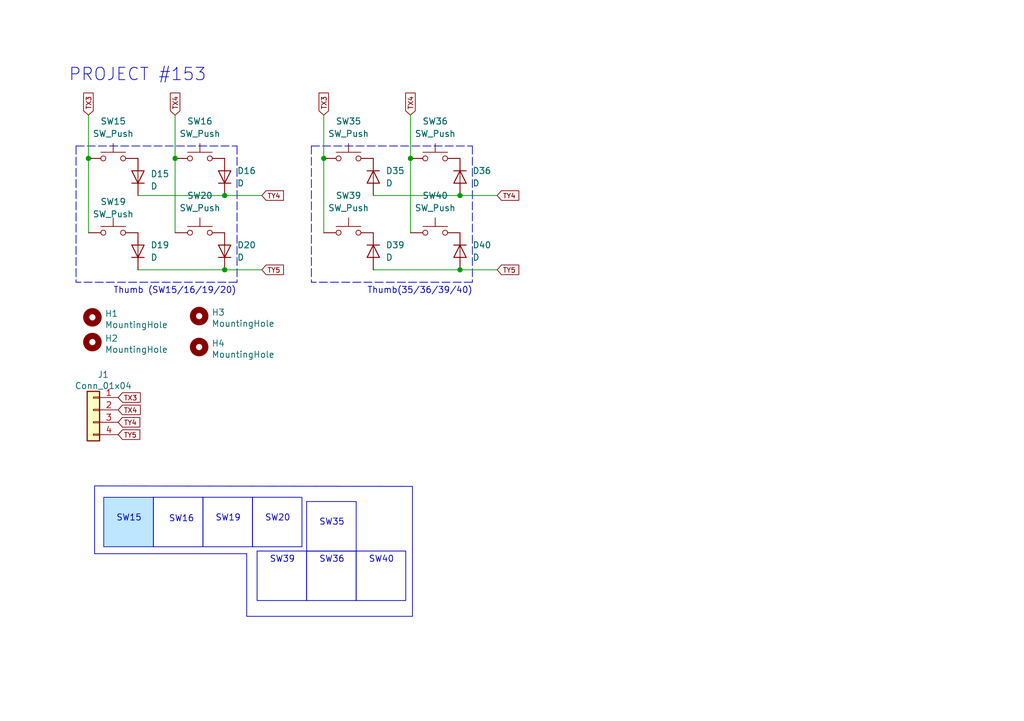
<source format=kicad_sch>
(kicad_sch (version 20230121) (generator eeschema)
  (paper "A5")
  (title_block (title "PANGAEA Keyboard") (date "2023-02-04") (rev "1") (company "@e3w2q, @k2___________, @otahinosame"))
  (lib_symbols
    (symbol "#library:D" (pin_numbers hide) (pin_names (offset 1.016) hide)
      (property "Reference" "D" (at 0 2.54 0))
      (property "Value" "D" (at 0 -2.54 0))
      (symbol "D_0_1"
        (polyline (pts (xy -1.27 1.27) (xy -1.27 -1.27)) (stroke (width 0.2032)))
        (polyline (pts (xy 1.27 0) (xy -1.27 0)))
        (polyline (pts (xy 1.27 1.27) (xy 1.27 -1.27) (xy -1.27 0) (xy 1.27 1.27)) (stroke (width 0.2032)))
      )
      (symbol "D_1_1"
        (pin passive line (at -3.81 0 0) (length 2.54) (name "K") (number "1"))
        (pin passive line (at 3.81 0 180) (length 2.54) (name "A") (number "2"))
      )
    )
    (symbol "#library:SW_Push" (pin_numbers hide) (pin_names (offset 1.016) hide)
      (property "Reference" "SW" (at 1.27 2.54 0))
      (property "Value" "SW_Push" (at 0 -1.524 0))
      (symbol "SW_Push_0_1"
        (circle (center -2.032 0) (radius 0.508))
        (polyline (pts (xy 0 1.27) (xy 0 3.048)))
        (polyline (pts (xy 2.54 1.27) (xy -2.54 1.27)))
        (circle (center 2.032 0) (radius 0.508))
        (pin passive line (at -5.08 0 0) (length 2.54) (name "1") (number "1"))
        (pin passive line (at 5.08 0 180) (length 2.54) (name "2") (number "2"))
      )
    )
    (symbol "Connector_Generic:Conn_01x04" (pin_names (offset 1.016) hide)
      (property "Reference" "J" (at 0 5.08 0))
      (property "Value" "Conn_01x04" (at 0 -7.62 0))
      (symbol "Conn_01x04_1_1"
        (rectangle (start -1.27 -4.953) (end 0 -5.207) (stroke (width 0.1524)))
        (rectangle (start -1.27 -2.413) (end 0 -2.667) (stroke (width 0.1524)))
        (rectangle (start -1.27 0.127) (end 0 -0.127) (stroke (width 0.1524)))
        (rectangle (start -1.27 2.667) (end 0 2.413) (stroke (width 0.1524)))
        (rectangle (start -1.27 3.81) (end 1.27 -6.35) (stroke (width 0.254)) (fill (type background)))
        (pin passive line (at -5.08 2.54 0) (length 3.81) (name "Pin_1") (number "1"))
        (pin passive line (at -5.08 0 0) (length 3.81) (name "Pin_2") (number "2"))
        (pin passive line (at -5.08 -2.54 0) (length 3.81) (name "Pin_3") (number "3"))
        (pin passive line (at -5.08 -5.08 0) (length 3.81) (name "Pin_4") (number "4"))
      )
    )
    (symbol "Mechanical:MountingHole" (pin_names (offset 1.016))
      (property "Reference" "H" (at 0 5.08 0))
      (property "Value" "MountingHole" (at 0 3.175 0))
      (symbol "MountingHole_0_1"
        (circle (center 0 0) (radius 1.27) (stroke (width 1.27)))
      )
    )
  )
  (junction (at 94.3356 55.372) (diameter 0.9144))
  (junction (at 94.3356 40.132) (diameter 0.9144))
  (junction (at 35.9156 32.512) (diameter 0.9144))
  (junction (at 18.1356 32.512) (diameter 0.9144))
  (junction (at 84.1756 32.512) (diameter 0.9144))
  (junction (at 46.0756 55.372) (diameter 0.9144))
  (junction (at 66.3956 32.512) (diameter 0.9144))
  (junction (at 46.0756 40.132) (diameter 0.9144))
  (polyline (pts (xy 50.5968 126.492) (xy 50.5968 113.6396)))
  (polyline (pts (xy 19.4056 99.7204) (xy 84.582 99.822)))
  (polyline (pts (xy 96.8756 57.912) (xy 63.8556 57.912)) (stroke (width 0) (type dash)))
  (wire (pts (xy 94.3356 55.372) (xy 101.9556 55.372)))
  (polyline (pts (xy 50.5968 113.6396) (xy 19.4056 113.6396)))
  (wire (pts (xy 46.0756 40.132) (xy 53.6956 40.132)))
  (wire (pts (xy 28.2956 40.132) (xy 46.0756 40.132)))
  (wire (pts (xy 76.5556 40.132) (xy 94.3356 40.132)))
  (wire (pts (xy 46.0756 55.372) (xy 53.6956 55.372)))
  (wire (pts (xy 35.9156 23.622) (xy 35.9156 32.512)))
  (polyline (pts (xy 48.6156 57.912) (xy 15.5956 57.912)) (stroke (width 0) (type dash)))
  (wire (pts (xy 84.1756 23.622) (xy 84.1756 32.512)))
  (wire (pts (xy 18.1356 32.512) (xy 18.1356 47.752)))
  (wire (pts (xy 94.3356 40.132) (xy 101.9556 40.132)))
  (wire (pts (xy 66.3956 23.622) (xy 66.3956 32.512)))
  (wire (pts (xy 66.3956 32.512) (xy 66.3956 47.752)))
  (polyline (pts (xy 19.4056 99.7204) (xy 19.4056 113.6396)))
  (polyline (pts (xy 96.8756 29.972) (xy 96.8756 57.912)) (stroke (width 0) (type dash)))
  (wire (pts (xy 76.5556 55.372) (xy 94.3356 55.372)))
  (wire (pts (xy 18.1356 23.622) (xy 18.1356 32.512)))
  (polyline (pts (xy 63.8556 29.972) (xy 63.8556 57.912)) (stroke (width 0) (type dash)))
  (wire (pts (xy 28.2956 55.372) (xy 46.0756 55.372)))
  (polyline (pts (xy 48.6156 29.972) (xy 48.6156 57.912)) (stroke (width 0) (type dash)))
  (polyline (pts (xy 15.5956 29.972) (xy 48.6156 29.972)) (stroke (width 0) (type dash)))
  (polyline (pts (xy 84.582 126.492) (xy 50.5968 126.492)))
  (polyline (pts (xy 84.582 99.822) (xy 84.582 126.492)))
  (wire (pts (xy 84.1756 32.512) (xy 84.1756 47.752)))
  (polyline (pts (xy 15.5956 29.972) (xy 15.5956 57.912)) (stroke (width 0) (type dash)))
  (polyline (pts (xy 63.8556 29.972) (xy 96.8756 29.972)) (stroke (width 0) (type dash)))
  (wire (pts (xy 35.9156 32.512) (xy 35.9156 47.752)))
  (rectangle (start 62.8904 102.9208) (end 73.0504 113.0808))
  (rectangle (start 62.8904 113.0808) (end 73.0504 123.2408))
  (rectangle (start 51.7652 102.0572) (end 61.9252 112.2172))
  (rectangle (start 21.2852 102.0572) (end 31.4452 112.2172) (fill (type color) (color 190 230 255 1)))
  (rectangle (start 52.7304 113.0808) (end 62.8904 123.2408))
  (rectangle (start 41.6052 102.0572) (end 51.7652 112.2172))
  (rectangle (start 73.0504 113.0808) (end 83.2104 123.2408))
  (rectangle (start 31.4452 102.0572) (end 41.6052 112.2172))
  (text "SW19" (at 44.1452 107.1372 0) (effects (font (size 1.27 1.27)) (justify left bottom)))
  (text "Thumb(35/36/39/40)" (at 75.2856 60.452 0) (effects (font (size 1.27 1.27)) (justify left bottom)))
  (text "Thumb (SW15/16/19/20)" (at 23.2156 60.452 0) (effects (font (size 1.27 1.27)) (justify left bottom)))
  (text "SW39" (at 55.2704 115.6208 0) (effects (font (size 1.27 1.27)) (justify left bottom)))
  (text "SW20" (at 54.3052 107.1372 0) (effects (font (size 1.27 1.27)) (justify left bottom)))
  (text "SW35" (at 65.4304 108.0008 0) (effects (font (size 1.27 1.27)) (justify left bottom)))
  (text "SW16" (at 34.5904 107.2982 0) (effects (font (size 1.27 1.27)) (justify left bottom)))
  (text "SW40" (at 75.5904 115.6208 0) (effects (font (size 1.27 1.27)) (justify left bottom)))
  (text "SW36" (at 65.4304 115.6208 0) (effects (font (size 1.27 1.27)) (justify left bottom)))
  (text "PROJECT #153" (at 14.0208 16.9164 0) (effects (font (size 2.54 2.54)) (justify left bottom)))
  (text "SW15" (at 23.8252 107.1372 0) (effects (font (size 1.27 1.27)) (justify left bottom)))
  (global_label "TY5" (shape input) (at 24.2316 89.2048 0) (effects (font (size 0.9906 0.9906))) (property "Intersheetrefs" "${INTERSHEET_REFS}" (effects hide)))
  (global_label "TY4" (shape input) (at 101.9556 40.132 0) (effects (font (size 0.9906 0.9906))) (property "Intersheetrefs" "${INTERSHEET_REFS}" (effects hide)))
  (global_label "TX3" (shape input) (at 66.3956 23.622 90) (effects (font (size 0.9906 0.9906))) (property "Intersheetrefs" "${INTERSHEET_REFS}" (effects hide)))
  (global_label "TY5" (shape input) (at 101.9556 55.372 0) (effects (font (size 0.9906 0.9906))) (property "Intersheetrefs" "${INTERSHEET_REFS}" (effects hide)))
  (global_label "TX3" (shape input) (at 24.2316 81.5848 0) (effects (font (size 0.9906 0.9906))) (property "Intersheetrefs" "${INTERSHEET_REFS}" (effects hide)))
  (global_label "TX3" (shape input) (at 18.1356 23.622 90) (effects (font (size 0.9906 0.9906))) (property "Intersheetrefs" "${INTERSHEET_REFS}" (effects hide)))
  (global_label "TY4" (shape input) (at 53.6956 40.132 0) (effects (font (size 0.9906 0.9906))) (property "Intersheetrefs" "${INTERSHEET_REFS}" (effects hide)))
  (global_label "TX4" (shape input) (at 24.2316 84.1248 0) (effects (font (size 0.9906 0.9906))) (property "Intersheetrefs" "${INTERSHEET_REFS}" (effects hide)))
  (global_label "TY5" (shape input) (at 53.6956 55.372 0) (effects (font (size 0.9906 0.9906))) (property "Intersheetrefs" "${INTERSHEET_REFS}" (effects hide)))
  (global_label "TX4" (shape input) (at 84.1756 23.622 90) (effects (font (size 0.9906 0.9906))) (property "Intersheetrefs" "${INTERSHEET_REFS}" (effects hide)))
  (global_label "TY4" (shape input) (at 24.2316 86.6648 0) (effects (font (size 0.9906 0.9906))) (property "Intersheetrefs" "${INTERSHEET_REFS}" (effects hide)))
  (global_label "TX4" (shape input) (at 35.9156 23.622 90) (effects (font (size 0.9906 0.9906))) (property "Intersheetrefs" "${INTERSHEET_REFS}" (effects hide)))
  (symbol (lib_id "#library:D") (at 28.2956 51.562 90) (unit 1)
    (property "Reference" "D19" (at 30.8356 50.2919 90) (effects (justify right)))
    (property "Value" "D" (at 30.8356 52.8319 90) (effects (justify right)))
    (property "Footprint" "footprint:diode_TH_SMD_rev3" (effects hide))
  )
  (symbol (lib_id "#library:D") (at 94.3356 36.322 270) (unit 1)
    (property "Reference" "D36" (at 96.8756 35.0519 90) (effects (justify left)))
    (property "Value" "D" (at 96.8756 37.5919 90) (effects (justify left)))
    (property "Footprint" "footprint:diode_TH_SMD_rev3" (effects hide))
  )
  (symbol (lib_id "#library:SW_Push") (at 71.4756 32.512 0) (unit 1)
    (property "Reference" "SW35" (at 71.4756 24.892 0))
    (property "Value" "SW_Push" (at 71.4756 27.432 0))
    (property "Footprint" "footprint:CherryMX_Choc_Hotswap_rev9_test" (effects hide))
  )
  (symbol (lib_id "#library:D") (at 46.0756 51.562 90) (unit 1)
    (property "Reference" "D20" (at 48.6156 50.2919 90) (effects (justify right)))
    (property "Value" "D" (at 48.6156 52.8319 90) (effects (justify right)))
    (property "Footprint" "footprint:diode_TH_SMD_rev3" (effects hide))
  )
  (symbol (lib_id "#library:SW_Push") (at 71.4756 47.752 0) (unit 1)
    (property "Reference" "SW39" (at 71.4756 40.132 0))
    (property "Value" "SW_Push" (at 71.4756 42.672 0))
    (property "Footprint" "footprint:CherryMX_Choc_Hotswap_rev9_test" (effects hide))
  )
  (symbol (lib_id "#library:SW_Push") (at 23.2156 47.752 0) (unit 1)
    (property "Reference" "SW19" (at 23.2156 41.402 0))
    (property "Value" "SW_Push" (at 23.2156 43.942 0))
    (property "Footprint" "footprint:CherryMX_Choc_Hotswap_rev9_test" (effects hide))
  )
  (symbol (lib_id "#library:SW_Push") (at 89.2556 32.512 0) (unit 1)
    (property "Reference" "SW36" (at 89.2556 24.892 0))
    (property "Value" "SW_Push" (at 89.2556 27.432 0))
    (property "Footprint" "footprint:CherryMX_Choc_Hotswap_rev9_test" (effects hide))
  )
  (symbol (lib_id "#library:SW_Push") (at 89.2556 47.752 0) (unit 1)
    (property "Reference" "SW40" (at 89.2556 40.132 0))
    (property "Value" "SW_Push" (at 89.2556 42.672 0))
    (property "Footprint" "footprint:CherryMX_Choc_Hotswap_rev9_test" (effects hide))
  )
  (symbol (lib_id "Mechanical:MountingHole") (at 18.9484 70.2056 0) (unit 1)
    (property "Reference" "H2" (at 21.4885 69.4447 0) (effects (justify left)))
    (property "Value" "MountingHole" (at 21.4885 71.7434 0) (effects (justify left)))
    (property "Footprint" "footprint:M2_Nut_Hole_rev2" (effects hide))
  )
  (symbol (lib_id "#library:SW_Push") (at 40.9956 32.512 0) (unit 1)
    (property "Reference" "SW16" (at 40.9956 24.892 0))
    (property "Value" "SW_Push" (at 40.9956 27.432 0))
    (property "Footprint" "footprint:CherryMX_Choc_Hotswap_rev9_test" (effects hide))
  )
  (symbol (lib_id "Connector_Generic:Conn_01x04") (at 19.1516 84.1248 0) (mirror y) (unit 1)
    (property "Reference" "J1" (at 21.1836 76.8816 0))
    (property "Value" "Conn_01x04" (at 21.1836 79.1803 0))
    (property "Footprint" "footprint:JST_SH_BM03B-SRSS-TB_1x04-1MP_P1.00mm_Vertical" (effects hide))
  )
  (symbol (lib_id "#library:D") (at 28.2956 36.322 90) (unit 1)
    (property "Reference" "D15" (at 30.8356 35.687 90) (effects (justify right)))
    (property "Value" "D" (at 30.8356 38.227 90) (effects (justify right)))
    (property "Footprint" "footprint:diode_TH_SMD_rev3" (effects hide))
  )
  (symbol (lib_id "#library:D") (at 94.3356 51.562 270) (unit 1)
    (property "Reference" "D40" (at 96.8756 50.2919 90) (effects (justify left)))
    (property "Value" "D" (at 96.8756 52.8319 90) (effects (justify left)))
    (property "Footprint" "footprint:diode_TH_SMD_rev3" (effects hide))
  )
  (symbol (lib_id "#library:D") (at 46.0756 36.322 90) (unit 1)
    (property "Reference" "D16" (at 48.6156 35.0519 90) (effects (justify right)))
    (property "Value" "D" (at 48.6156 37.5919 90) (effects (justify right)))
    (property "Footprint" "footprint:diode_TH_SMD_rev3" (effects hide))
  )
  (symbol (lib_id "#library:SW_Push") (at 23.2156 32.512 0) (unit 1)
    (property "Reference" "SW15" (at 23.2156 24.892 0))
    (property "Value" "SW_Push" (at 23.2156 27.432 0))
    (property "Footprint" "footprint:CherryMX_Choc_Hotswap_rev9_test" (effects hide))
  )
  (symbol (lib_id "#library:SW_Push") (at 40.9956 47.752 0) (unit 1)
    (property "Reference" "SW20" (at 40.9956 40.132 0))
    (property "Value" "SW_Push" (at 40.9956 42.672 0))
    (property "Footprint" "footprint:CherryMX_Choc_Hotswap_rev9_test" (effects hide))
  )
  (symbol (lib_id "#library:D") (at 76.5556 36.322 270) (unit 1)
    (property "Reference" "D35" (at 79.0956 35.0519 90) (effects (justify left)))
    (property "Value" "D" (at 79.0956 37.5919 90) (effects (justify left)))
    (property "Footprint" "footprint:diode_TH_SMD_rev3" (effects hide))
  )
  (symbol (lib_id "Mechanical:MountingHole") (at 40.8432 64.8716 0) (unit 1)
    (property "Reference" "H3" (at 43.3833 64.1107 0) (effects (justify left)))
    (property "Value" "MountingHole" (at 43.3833 66.4094 0) (effects (justify left)))
    (property "Footprint" "footprint:M2_Nut_Hole_rev2" (effects hide))
  )
  (symbol (lib_id "Mechanical:MountingHole") (at 18.9484 65.1256 0) (unit 1)
    (property "Reference" "H1" (at 21.4885 64.3647 0) (effects (justify left)))
    (property "Value" "MountingHole" (at 21.4885 66.6634 0) (effects (justify left)))
    (property "Footprint" "footprint:M2_Nut_Hole_rev2" (effects hide))
  )
  (symbol (lib_id "Mechanical:MountingHole") (at 40.8432 71.2216 0) (unit 1)
    (property "Reference" "H4" (at 43.3833 70.4607 0) (effects (justify left)))
    (property "Value" "MountingHole" (at 43.3833 72.7594 0) (effects (justify left)))
    (property "Footprint" "footprint:M2_Nut_Hole_rev2" (effects hide))
  )
  (symbol (lib_id "#library:D") (at 76.5556 51.562 270) (unit 1)
    (property "Reference" "D39" (at 79.0956 50.2919 90) (effects (justify left)))
    (property "Value" "D" (at 79.0956 52.8319 90) (effects (justify left)))
    (property "Footprint" "footprint:diode_TH_SMD_rev3" (effects hide))
  )
)
</source>
